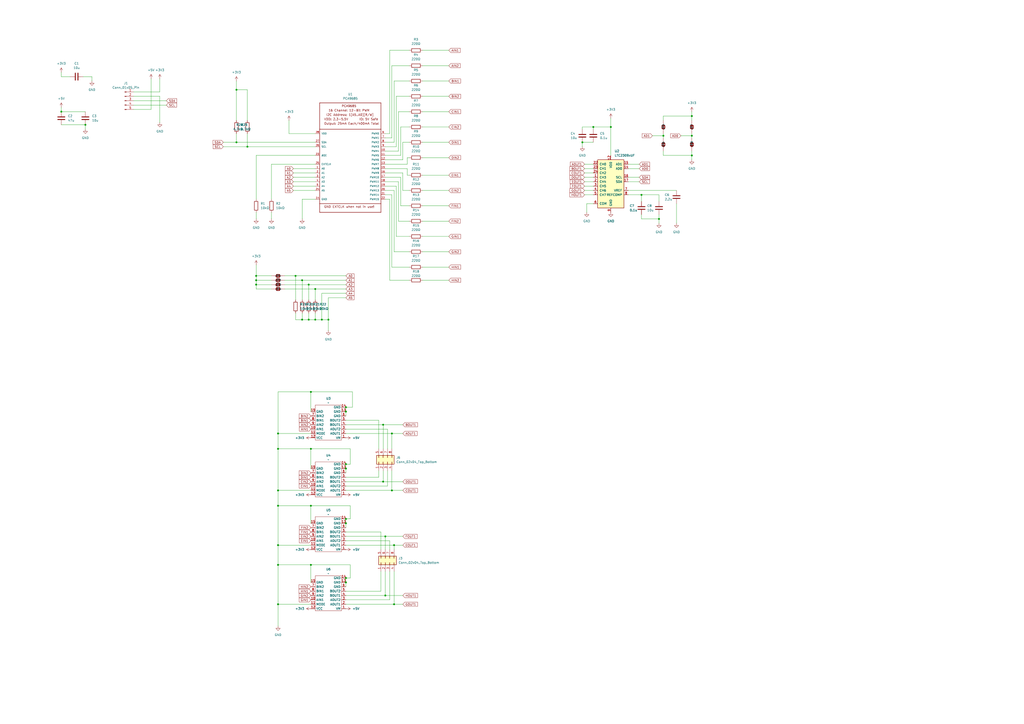
<source format=kicad_sch>
(kicad_sch (version 20231120) (generator "eeschema") (generator_version "8.0")
  (paper "A2")
  (junction (at 222.25 246.38))
  (junction (at 180.34 227.33))
  (junction (at 228.6 350.52))
  (junction (at 401.32 67.31))
  (junction (at 137.16 52.07))
  (junction (at 171.45 160.02))
  (junction (at 182.88 167.64))
  (junction (at 175.26 162.56))
  (junction (at 180.34 327.66))
  (junction (at 179.07 185.42))
  (junction (at 35.56 64.77))
  (junction (at 161.29 293.37))
  (junction (at 180.34 293.37))
  (junction (at 161.29 316.23))
  (junction (at 179.07 165.1))
  (junction (at 161.29 327.66))
  (junction (at 382.27 127))
  (junction (at 337.82 82.55))
  (junction (at 222.25 279.4))
  (junction (at 148.59 165.1))
  (junction (at 200.66 303.53))
  (junction (at 228.6 316.23))
  (junction (at 200.66 300.99))
  (junction (at 175.26 185.42))
  (junction (at 200.66 335.28))
  (junction (at 182.88 185.42))
  (junction (at 372.11 113.03))
  (junction (at 148.59 162.56))
  (junction (at 200.66 236.22))
  (junction (at 384.81 78.74))
  (junction (at 190.5 185.42))
  (junction (at 223.52 345.44))
  (junction (at 161.29 260.35))
  (junction (at 354.33 73.66))
  (junction (at 49.53 72.39))
  (junction (at 200.66 238.76))
  (junction (at 227.33 284.48))
  (junction (at 161.29 284.48))
  (junction (at 186.69 185.42))
  (junction (at 200.66 271.78))
  (junction (at 200.66 337.82))
  (junction (at 227.33 251.46))
  (junction (at 148.59 160.02))
  (junction (at 200.66 269.24))
  (junction (at 344.17 73.66))
  (junction (at 143.51 85.09))
  (junction (at 161.29 350.52))
  (junction (at 180.34 260.35))
  (junction (at 401.32 78.74))
  (junction (at 223.52 311.15))
  (junction (at 401.32 90.17))
  (junction (at 161.29 251.46))
  (junction (at 137.16 82.55))
  (wire (pts (xy 200.66 236.22) (xy 200.66 238.76)))
  (wire (pts (xy 35.56 72.39) (xy 49.53 72.39)))
  (wire (pts (xy 339.09 97.79) (xy 344.17 97.79)))
  (wire (pts (xy 175.26 162.56) (xy 175.26 173.99)))
  (wire (pts (xy 232.41 73.66) (xy 232.41 90.17)))
  (wire (pts (xy 229.87 107.95) (xy 223.52 107.95)))
  (wire (pts (xy 228.6 350.52) (xy 228.6 331.47)))
  (wire (pts (xy 200.66 251.46) (xy 227.33 251.46)))
  (wire (pts (xy 219.71 276.86) (xy 219.71 273.05)))
  (wire (pts (xy 339.09 95.25) (xy 344.17 95.25)))
  (wire (pts (xy 200.66 172.72) (xy 190.5 172.72)))
  (wire (pts (xy 337.82 82.55) (xy 344.17 82.55)))
  (wire (pts (xy 401.32 64.77) (xy 401.32 67.31)))
  (wire (pts (xy 337.82 82.55) (xy 337.82 85.09)))
  (wire (pts (xy 167.64 69.85) (xy 167.64 77.47)))
  (wire (pts (xy 48.26 44.45) (xy 53.34 44.45)))
  (wire (pts (xy 401.32 67.31) (xy 384.81 67.31)))
  (wire (pts (xy 182.88 181.61) (xy 182.88 185.42)))
  (wire (pts (xy 171.45 185.42) (xy 175.26 185.42)))
  (wire (pts (xy 344.17 118.11) (xy 340.36 118.11)))
  (wire (pts (xy 227.33 154.94) (xy 237.49 154.94)))
  (wire (pts (xy 337.82 73.66) (xy 344.17 73.66)))
  (wire (pts (xy 339.09 100.33) (xy 344.17 100.33)))
  (wire (pts (xy 53.34 44.45) (xy 53.34 46.99)))
  (wire (pts (xy 223.52 311.15) (xy 223.52 318.77)))
  (wire (pts (xy 200.66 345.44) (xy 223.52 345.44)))
  (wire (pts (xy 228.6 146.05) (xy 228.6 110.49)))
  (wire (pts (xy 384.81 78.74) (xy 384.81 80.01)))
  (wire (pts (xy 227.33 251.46) (xy 233.68 251.46)))
  (wire (pts (xy 245.11 162.56) (xy 260.35 162.56)))
  (wire (pts (xy 148.59 153.67) (xy 148.59 160.02)))
  (wire (pts (xy 137.16 77.47) (xy 137.16 82.55)))
  (wire (pts (xy 200.66 316.23) (xy 228.6 316.23)))
  (wire (pts (xy 190.5 172.72) (xy 190.5 185.42)))
  (wire (pts (xy 337.82 74.93) (xy 337.82 73.66)))
  (wire (pts (xy 171.45 181.61) (xy 171.45 185.42)))
  (wire (pts (xy 364.49 105.41) (xy 370.84 105.41)))
  (wire (pts (xy 236.22 101.6) (xy 236.22 97.79)))
  (wire (pts (xy 227.33 284.48) (xy 227.33 273.05)))
  (wire (pts (xy 148.59 165.1) (xy 157.48 165.1)))
  (wire (pts (xy 223.52 345.44) (xy 233.68 345.44)))
  (wire (pts (xy 170.18 97.79) (xy 182.88 97.79)))
  (wire (pts (xy 170.18 105.41) (xy 182.88 105.41)))
  (wire (pts (xy 161.29 251.46) (xy 180.34 251.46)))
  (wire (pts (xy 236.22 95.25) (xy 223.52 95.25)))
  (wire (pts (xy 203.2 335.28) (xy 203.2 327.66)))
  (wire (pts (xy 92.71 71.12) (xy 92.71 55.88)))
  (wire (pts (xy 200.66 162.56) (xy 175.26 162.56)))
  (wire (pts (xy 200.66 167.64) (xy 182.88 167.64)))
  (wire (pts (xy 226.06 29.21) (xy 237.49 29.21)))
  (wire (pts (xy 401.32 87.63) (xy 401.32 90.17)))
  (wire (pts (xy 228.6 46.99) (xy 228.6 82.55)))
  (wire (pts (xy 364.49 102.87) (xy 370.84 102.87)))
  (wire (pts (xy 236.22 91.44) (xy 237.49 91.44)))
  (wire (pts (xy 175.26 115.57) (xy 175.26 127)))
  (wire (pts (xy 186.69 185.42) (xy 190.5 185.42)))
  (wire (pts (xy 245.11 46.99) (xy 260.35 46.99)))
  (wire (pts (xy 137.16 46.99) (xy 137.16 52.07)))
  (wire (pts (xy 179.07 185.42) (xy 182.88 185.42)))
  (wire (pts (xy 180.34 327.66) (xy 180.34 337.82)))
  (wire (pts (xy 222.25 279.4) (xy 233.68 279.4)))
  (wire (pts (xy 226.06 331.47) (xy 226.06 347.98)))
  (wire (pts (xy 370.84 95.25) (xy 364.49 95.25)))
  (wire (pts (xy 370.84 97.79) (xy 364.49 97.79)))
  (wire (pts (xy 161.29 316.23) (xy 180.34 316.23)))
  (wire (pts (xy 226.06 77.47) (xy 223.52 77.47)))
  (wire (pts (xy 245.11 110.49) (xy 260.35 110.49)))
  (wire (pts (xy 384.81 78.74) (xy 384.81 77.47)))
  (wire (pts (xy 245.11 128.27) (xy 260.35 128.27)))
  (wire (pts (xy 231.14 87.63) (xy 223.52 87.63)))
  (wire (pts (xy 200.66 335.28) (xy 203.2 335.28)))
  (wire (pts (xy 180.34 260.35) (xy 203.2 260.35)))
  (wire (pts (xy 227.33 154.94) (xy 227.33 113.03)))
  (wire (pts (xy 233.68 110.49) (xy 237.49 110.49)))
  (wire (pts (xy 171.45 173.99) (xy 171.45 160.02)))
  (wire (pts (xy 245.11 82.55) (xy 260.35 82.55)))
  (wire (pts (xy 245.11 154.94) (xy 260.35 154.94)))
  (wire (pts (xy 339.09 102.87) (xy 344.17 102.87)))
  (wire (pts (xy 382.27 113.03) (xy 382.27 116.84)))
  (wire (pts (xy 224.79 281.94) (xy 224.79 273.05)))
  (wire (pts (xy 233.68 100.33) (xy 223.52 100.33)))
  (wire (pts (xy 236.22 91.44) (xy 236.22 95.25)))
  (wire (pts (xy 148.59 165.1) (xy 148.59 167.64)))
  (wire (pts (xy 203.2 300.99) (xy 203.2 293.37)))
  (wire (pts (xy 137.16 52.07) (xy 137.16 69.85)))
  (wire (pts (xy 229.87 55.88) (xy 229.87 85.09)))
  (wire (pts (xy 228.6 82.55) (xy 223.52 82.55)))
  (wire (pts (xy 179.07 165.1) (xy 200.66 165.1)))
  (wire (pts (xy 35.56 41.91) (xy 35.56 44.45)))
  (wire (pts (xy 200.66 236.22) (xy 204.47 236.22)))
  (wire (pts (xy 161.29 350.52) (xy 180.34 350.52)))
  (wire (pts (xy 219.71 243.84) (xy 219.71 260.35)))
  (wire (pts (xy 339.09 107.95) (xy 344.17 107.95)))
  (wire (pts (xy 200.66 269.24) (xy 200.66 271.78)))
  (wire (pts (xy 200.66 311.15) (xy 223.52 311.15)))
  (wire (pts (xy 200.66 246.38) (xy 222.25 246.38)))
  (wire (pts (xy 232.41 102.87) (xy 223.52 102.87)))
  (wire (pts (xy 401.32 78.74) (xy 401.32 77.47)))
  (wire (pts (xy 226.06 29.21) (xy 226.06 77.47)))
  (wire (pts (xy 378.46 78.74) (xy 384.81 78.74)))
  (wire (pts (xy 179.07 173.99) (xy 179.07 165.1)))
  (wire (pts (xy 229.87 55.88) (xy 237.49 55.88)))
  (wire (pts (xy 245.11 91.44) (xy 260.35 91.44)))
  (wire (pts (xy 200.66 271.78) (xy 200.66 274.32)))
  (wire (pts (xy 200.66 281.94) (xy 224.79 281.94)))
  (wire (pts (xy 229.87 85.09) (xy 223.52 85.09)))
  (wire (pts (xy 175.26 181.61) (xy 175.26 185.42)))
  (wire (pts (xy 245.11 38.1) (xy 260.35 38.1)))
  (wire (pts (xy 226.06 162.56) (xy 237.49 162.56)))
  (wire (pts (xy 200.66 243.84) (xy 219.71 243.84)))
  (wire (pts (xy 186.69 170.18) (xy 186.69 185.42)))
  (wire (pts (xy 229.87 137.16) (xy 229.87 107.95)))
  (wire (pts (xy 228.6 316.23) (xy 233.68 316.23)))
  (wire (pts (xy 180.34 227.33) (xy 180.34 238.76)))
  (wire (pts (xy 224.79 260.35) (xy 224.79 248.92)))
  (wire (pts (xy 165.1 165.1) (xy 179.07 165.1)))
  (wire (pts (xy 148.59 167.64) (xy 157.48 167.64)))
  (wire (pts (xy 161.29 260.35) (xy 180.34 260.35)))
  (wire (pts (xy 170.18 110.49) (xy 182.88 110.49)))
  (wire (pts (xy 190.5 185.42) (xy 190.5 191.77)))
  (wire (pts (xy 401.32 90.17) (xy 401.32 92.71)))
  (wire (pts (xy 339.09 105.41) (xy 344.17 105.41)))
  (wire (pts (xy 161.29 284.48) (xy 180.34 284.48)))
  (wire (pts (xy 232.41 73.66) (xy 237.49 73.66)))
  (wire (pts (xy 180.34 327.66) (xy 161.29 327.66)))
  (wire (pts (xy 222.25 273.05) (xy 222.25 279.4)))
  (wire (pts (xy 186.69 170.18) (xy 200.66 170.18)))
  (wire (pts (xy 148.59 115.57) (xy 148.59 90.17)))
  (wire (pts (xy 364.49 110.49) (xy 392.43 110.49)))
  (wire (pts (xy 226.06 115.57) (xy 223.52 115.57)))
  (wire (pts (xy 175.26 185.42) (xy 179.07 185.42)))
  (wire (pts (xy 87.63 63.5) (xy 77.47 63.5)))
  (wire (pts (xy 171.45 160.02) (xy 200.66 160.02)))
  (wire (pts (xy 143.51 77.47) (xy 143.51 85.09)))
  (wire (pts (xy 200.66 284.48) (xy 227.33 284.48)))
  (wire (pts (xy 245.11 101.6) (xy 260.35 101.6)))
  (wire (pts (xy 157.48 123.19) (xy 157.48 127)))
  (wire (pts (xy 148.59 162.56) (xy 148.59 165.1)))
  (wire (pts (xy 372.11 127) (xy 382.27 127)))
  (wire (pts (xy 143.51 52.07) (xy 143.51 69.85)))
  (wire (pts (xy 364.49 113.03) (xy 372.11 113.03)))
  (wire (pts (xy 228.6 146.05) (xy 237.49 146.05)))
  (wire (pts (xy 200.66 269.24) (xy 203.2 269.24)))
  (wire (pts (xy 228.6 316.23) (xy 228.6 318.77)))
  (wire (pts (xy 161.29 293.37) (xy 161.29 284.48)))
  (wire (pts (xy 384.81 67.31) (xy 384.81 69.85)))
  (wire (pts (xy 245.11 119.38) (xy 260.35 119.38)))
  (wire (pts (xy 229.87 137.16) (xy 237.49 137.16)))
  (wire (pts (xy 87.63 45.72) (xy 87.63 63.5)))
  (wire (pts (xy 344.17 73.66) (xy 354.33 73.66)))
  (wire (pts (xy 204.47 236.22) (xy 204.47 227.33)))
  (wire (pts (xy 161.29 350.52) (xy 161.29 327.66)))
  (wire (pts (xy 382.27 127) (xy 382.27 129.54)))
  (wire (pts (xy 182.88 115.57) (xy 175.26 115.57)))
  (wire (pts (xy 339.09 110.49) (xy 344.17 110.49)))
  (wire (pts (xy 161.29 227.33) (xy 161.29 251.46)))
  (wire (pts (xy 161.29 363.22) (xy 161.29 350.52)))
  (wire (pts (xy 222.25 279.4) (xy 200.66 279.4)))
  (wire (pts (xy 200.66 350.52) (xy 228.6 350.52)))
  (wire (pts (xy 49.53 72.39) (xy 49.53 74.93)))
  (wire (pts (xy 35.56 64.77) (xy 49.53 64.77)))
  (wire (pts (xy 228.6 350.52) (xy 233.68 350.52)))
  (wire (pts (xy 203.2 293.37) (xy 180.34 293.37)))
  (wire (pts (xy 224.79 248.92) (xy 200.66 248.92)))
  (wire (pts (xy 231.14 64.77) (xy 231.14 87.63)))
  (wire (pts (xy 354.33 73.66) (xy 354.33 90.17)))
  (wire (pts (xy 148.59 160.02) (xy 157.48 160.02)))
  (wire (pts (xy 245.11 55.88) (xy 260.35 55.88)))
  (wire (pts (xy 231.14 105.41) (xy 223.52 105.41)))
  (wire (pts (xy 227.33 251.46) (xy 227.33 260.35)))
  (wire (pts (xy 231.14 64.77) (xy 237.49 64.77)))
  (wire (pts (xy 92.71 53.34) (xy 77.47 53.34)))
  (wire (pts (xy 232.41 90.17) (xy 223.52 90.17)))
  (wire (pts (xy 170.18 102.87) (xy 182.88 102.87)))
  (wire (pts (xy 222.25 246.38) (xy 233.68 246.38)))
  (wire (pts (xy 222.25 246.38) (xy 222.25 260.35)))
  (wire (pts (xy 223.52 345.44) (xy 223.52 331.47)))
  (wire (pts (xy 372.11 113.03) (xy 382.27 113.03)))
  (wire (pts (xy 92.71 45.72) (xy 92.71 53.34)))
  (wire (pts (xy 394.97 78.74) (xy 401.32 78.74)))
  (wire (pts (xy 236.22 97.79) (xy 223.52 97.79)))
  (wire (pts (xy 245.11 137.16) (xy 260.35 137.16)))
  (wire (pts (xy 226.06 313.69) (xy 226.06 318.77)))
  (wire (pts (xy 233.68 110.49) (xy 233.68 100.33)))
  (wire (pts (xy 245.11 146.05) (xy 260.35 146.05)))
  (wire (pts (xy 137.16 82.55) (xy 182.88 82.55)))
  (wire (pts (xy 232.41 119.38) (xy 237.49 119.38)))
  (wire (pts (xy 161.29 316.23) (xy 161.29 293.37)))
  (wire (pts (xy 372.11 113.03) (xy 372.11 116.84)))
  (wire (pts (xy 148.59 90.17) (xy 182.88 90.17)))
  (wire (pts (xy 200.66 337.82) (xy 200.66 340.36)))
  (wire (pts (xy 236.22 101.6) (xy 237.49 101.6)))
  (wire (pts (xy 227.33 80.01) (xy 223.52 80.01)))
  (wire (pts (xy 170.18 107.95) (xy 182.88 107.95)))
  (wire (pts (xy 182.88 167.64) (xy 182.88 173.99)))
  (wire (pts (xy 180.34 293.37) (xy 180.34 303.53)))
  (wire (pts (xy 167.64 77.47) (xy 182.88 77.47)))
  (wire (pts (xy 200.66 300.99) (xy 203.2 300.99)))
  (wire (pts (xy 35.56 62.23) (xy 35.56 64.77)))
  (wire (pts (xy 180.34 227.33) (xy 161.29 227.33)))
  (wire (pts (xy 231.14 128.27) (xy 237.49 128.27)))
  (wire (pts (xy 143.51 85.09) (xy 182.88 85.09)))
  (wire (pts (xy 77.47 58.42) (xy 96.52 58.42)))
  (wire (pts (xy 228.6 110.49) (xy 223.52 110.49)))
  (wire (pts (xy 354.33 68.58) (xy 354.33 73.66)))
  (wire (pts (xy 384.81 90.17) (xy 401.32 90.17)))
  (wire (pts (xy 92.71 55.88) (xy 77.47 55.88)))
  (wire (pts (xy 401.32 67.31) (xy 401.32 69.85)))
  (wire (pts (xy 161.29 284.48) (xy 161.29 260.35)))
  (wire (pts (xy 227.33 38.1) (xy 237.49 38.1)))
  (wire (pts (xy 182.88 185.42) (xy 186.69 185.42)))
  (wire (pts (xy 35.56 44.45) (xy 40.64 44.45)))
  (wire (pts (xy 223.52 311.15) (xy 233.68 311.15)))
  (wire (pts (xy 179.07 181.61) (xy 179.07 185.42)))
  (wire (pts (xy 401.32 78.74) (xy 401.32 80.01)))
  (wire (pts (xy 157.48 115.57) (xy 157.48 95.25)))
  (wire (pts (xy 165.1 167.64) (xy 182.88 167.64)))
  (wire (pts (xy 148.59 160.02) (xy 148.59 162.56)))
  (wire (pts (xy 129.54 85.09) (xy 143.51 85.09)))
  (wire (pts (xy 170.18 100.33) (xy 182.88 100.33)))
  (wire (pts (xy 148.59 162.56) (xy 157.48 162.56)))
  (wire (pts (xy 245.11 64.77) (xy 260.35 64.77)))
  (wire (pts (xy 203.2 327.66) (xy 180.34 327.66)))
  (wire (pts (xy 200.66 300.99) (xy 200.66 303.53)))
  (wire (pts (xy 227.33 284.48) (xy 233.68 284.48)))
  (wire (pts (xy 180.34 260.35) (xy 180.34 271.78)))
  (wire (pts (xy 233.68 92.71) (xy 223.52 92.71)))
  (wire (pts (xy 384.81 87.63) (xy 384.81 90.17)))
  (wire (pts (xy 200.66 238.76) (xy 200.66 241.3)))
  (wire (pts (xy 129.54 82.55) (xy 137.16 82.55)))
  (wire (pts (xy 77.47 60.96) (xy 96.52 60.96)))
  (wire (pts (xy 231.14 128.27) (xy 231.14 105.41)))
  (wire (pts (xy 372.11 124.46) (xy 372.11 127)))
  (wire (pts (xy 233.68 82.55) (xy 233.68 92.71)))
  (wire (pts (xy 161.29 251.46) (xy 161.29 260.35)))
  (wire (pts (xy 180.34 293.37) (xy 161.29 293.37)))
  (wire (pts (xy 392.43 118.11) (xy 392.43 129.54)))
  (wire (pts (xy 227.33 113.03) (xy 223.52 113.03)))
  (wire (pts (xy 200.66 308.61) (xy 220.98 308.61)))
  (wire (pts (xy 203.2 269.24) (xy 203.2 260.35)))
  (wire (pts (xy 245.11 73.66) (xy 260.35 73.66)))
  (wire (pts (xy 245.11 29.21) (xy 260.35 29.21)))
  (wire (pts (xy 148.59 123.19) (xy 148.59 127)))
  (wire (pts (xy 226.06 162.56) (xy 226.06 115.57)))
  (wire (pts (xy 344.17 73.66) (xy 344.17 74.93)))
  (wire (pts (xy 200.66 276.86) (xy 219.71 276.86)))
  (wire (pts (xy 382.27 124.46) (xy 382.27 127)))
  (wire (pts (xy 227.33 38.1) (xy 227.33 80.01)))
  (wire (pts (xy 200.66 303.53) (xy 200.66 306.07)))
  (wire (pts (xy 228.6 46.99) (xy 237.49 46.99)))
  (wire (pts (xy 233.68 82.55) (xy 237.49 82.55)))
  (wire (pts (xy 339.09 113.03) (xy 344.17 113.03)))
  (wire (pts (xy 232.41 119.38) (xy 232.41 102.87)))
  (wire (pts (xy 220.98 331.47) (xy 220.98 342.9)))
  (wire (pts (xy 204.47 227.33) (xy 180.34 227.33)))
  (wire (pts (xy 165.1 162.56) (xy 175.26 162.56)))
  (wire (pts (xy 161.29 327.66) (xy 161.29 316.23)))
  (wire (pts (xy 165.1 160.02) (xy 171.45 160.02)))
  (wire (pts (xy 226.06 347.98) (xy 200.66 347.98)))
  (wire (pts (xy 340.36 118.11) (xy 340.36 123.19)))
  (wire (pts (xy 157.48 95.25) (xy 182.88 95.25)))
  (wire (pts (xy 200.66 313.69) (xy 226.06 313.69)))
  (wire (pts (xy 220.98 308.61) (xy 220.98 318.77)))
  (wire (pts (xy 220.98 342.9) (xy 200.66 342.9)))
  (wire (pts (xy 200.66 335.28) (xy 200.66 337.82)))
  (wire (pts (xy 143.51 52.07) (xy 137.16 52.07)))
  (global_label "FIN1" (shape input) (at 180.34 308.61 180) (property "Intersheetrefs" "${INTERSHEET_REFS}" (effects (hide yes))))
  (global_label "BIN1" (shape input) (at 180.34 243.84 180) (property "Intersheetrefs" "${INTERSHEET_REFS}" (effects (hide yes))))
  (global_label "HOUT1" (shape input) (at 233.68 345.44 0) (property "Intersheetrefs" "${INTERSHEET_REFS}" (effects (hide yes))))
  (global_label "EOUT1" (shape input) (at 339.09 105.41 180) (property "Intersheetrefs" "${INTERSHEET_REFS}" (effects (hide yes))))
  (global_label "HIN1" (shape input) (at 180.34 342.9 180) (property "Intersheetrefs" "${INTERSHEET_REFS}" (effects (hide yes))))
  (global_label "GIN2" (shape input) (at 260.35 146.05 0) (property "Intersheetrefs" "${INTERSHEET_REFS}" (effects (hide yes))))
  (global_label "EIN2" (shape input) (at 260.35 110.49 0) (property "Intersheetrefs" "${INTERSHEET_REFS}" (effects (hide yes))))
  (global_label "A3" (shape input) (at 200.66 167.64 0) (property "Intersheetrefs" "${INTERSHEET_REFS}" (effects (hide yes))))
  (global_label "AIN1" (shape input) (at 180.34 248.92 180) (property "Intersheetrefs" "${INTERSHEET_REFS}" (effects (hide yes))))
  (global_label "CIN1" (shape input) (at 260.35 64.77 0) (property "Intersheetrefs" "${INTERSHEET_REFS}" (effects (hide yes))))
  (global_label "BOUT1" (shape input) (at 233.68 246.38 0) (property "Intersheetrefs" "${INTERSHEET_REFS}" (effects (hide yes))))
  (global_label "AIN2" (shape input) (at 260.35 38.1 0) (property "Intersheetrefs" "${INTERSHEET_REFS}" (effects (hide yes))))
  (global_label "HIN2" (shape input) (at 260.35 162.56 0) (property "Intersheetrefs" "${INTERSHEET_REFS}" (effects (hide yes))))
  (global_label "A3" (shape input) (at 170.18 105.41 180) (property "Intersheetrefs" "${INTERSHEET_REFS}" (effects (hide yes))))
  (global_label "DIN2" (shape input) (at 180.34 274.32 180) (property "Intersheetrefs" "${INTERSHEET_REFS}" (effects (hide yes))))
  (global_label "AD0" (shape input) (at 370.84 97.79 0) (property "Intersheetrefs" "${INTERSHEET_REFS}" (effects (hide yes))))
  (global_label "AD1" (shape input) (at 370.84 95.25 0) (property "Intersheetrefs" "${INTERSHEET_REFS}" (effects (hide yes))))
  (global_label "SCL" (shape input) (at 370.84 105.41 0) (property "Intersheetrefs" "${INTERSHEET_REFS}" (effects (hide yes))))
  (global_label "A5" (shape input) (at 200.66 172.72 0) (property "Intersheetrefs" "${INTERSHEET_REFS}" (effects (hide yes))))
  (global_label "BIN2" (shape input) (at 180.34 241.3 180) (property "Intersheetrefs" "${INTERSHEET_REFS}" (effects (hide yes))))
  (global_label "A0" (shape input) (at 200.66 160.02 0) (property "Intersheetrefs" "${INTERSHEET_REFS}" (effects (hide yes))))
  (global_label "HIN1" (shape input) (at 260.35 154.94 0) (property "Intersheetrefs" "${INTERSHEET_REFS}" (effects (hide yes))))
  (global_label "A4" (shape input) (at 170.18 107.95 180) (property "Intersheetrefs" "${INTERSHEET_REFS}" (effects (hide yes))))
  (global_label "A1" (shape input) (at 170.18 100.33 180) (property "Intersheetrefs" "${INTERSHEET_REFS}" (effects (hide yes))))
  (global_label "SCL" (shape input) (at 96.52 60.96 0) (property "Intersheetrefs" "${INTERSHEET_REFS}" (effects (hide yes))))
  (global_label "CIN1" (shape input) (at 180.34 281.94 180) (property "Intersheetrefs" "${INTERSHEET_REFS}" (effects (hide yes))))
  (global_label "CIN2" (shape input) (at 260.35 73.66 0) (property "Intersheetrefs" "${INTERSHEET_REFS}" (effects (hide yes))))
  (global_label "EIN1" (shape input) (at 260.35 101.6 0) (property "Intersheetrefs" "${INTERSHEET_REFS}" (effects (hide yes))))
  (global_label "GIN1" (shape input) (at 180.34 347.98 180) (property "Intersheetrefs" "${INTERSHEET_REFS}" (effects (hide yes))))
  (global_label "FIN2" (shape input) (at 260.35 128.27 0) (property "Intersheetrefs" "${INTERSHEET_REFS}" (effects (hide yes))))
  (global_label "BIN1" (shape input) (at 260.35 46.99 0) (property "Intersheetrefs" "${INTERSHEET_REFS}" (effects (hide yes))))
  (global_label "AOUT1" (shape input) (at 233.68 251.46 0) (property "Intersheetrefs" "${INTERSHEET_REFS}" (effects (hide yes))))
  (global_label "GIN1" (shape input) (at 260.35 137.16 0) (property "Intersheetrefs" "${INTERSHEET_REFS}" (effects (hide yes))))
  (global_label "A4" (shape input) (at 200.66 170.18 0) (property "Intersheetrefs" "${INTERSHEET_REFS}" (effects (hide yes))))
  (global_label "BIN2" (shape input) (at 260.35 55.88 0) (property "Intersheetrefs" "${INTERSHEET_REFS}" (effects (hide yes))))
  (global_label "DIN1" (shape input) (at 180.34 276.86 180) (property "Intersheetrefs" "${INTERSHEET_REFS}" (effects (hide yes))))
  (global_label "A0" (shape input) (at 170.18 97.79 180) (property "Intersheetrefs" "${INTERSHEET_REFS}" (effects (hide yes))))
  (global_label "DOUT1" (shape input) (at 339.09 102.87 180) (property "Intersheetrefs" "${INTERSHEET_REFS}" (effects (hide yes))))
  (global_label "AOUT1" (shape input) (at 339.09 95.25 180) (property "Intersheetrefs" "${INTERSHEET_REFS}" (effects (hide yes))))
  (global_label "DIN2" (shape input) (at 260.35 91.44 0) (property "Intersheetrefs" "${INTERSHEET_REFS}" (effects (hide yes))))
  (global_label "A5" (shape input) (at 170.18 110.49 180) (property "Intersheetrefs" "${INTERSHEET_REFS}" (effects (hide yes))))
  (global_label "AD1" (shape input) (at 378.46 78.74 180) (property "Intersheetrefs" "${INTERSHEET_REFS}" (effects (hide yes))))
  (global_label "AIN1" (shape input) (at 260.35 29.21 0) (property "Intersheetrefs" "${INTERSHEET_REFS}" (effects (hide yes))))
  (global_label "BOUT1" (shape input) (at 339.09 97.79 180) (property "Intersheetrefs" "${INTERSHEET_REFS}" (effects (hide yes))))
  (global_label "SDA" (shape input) (at 370.84 102.87 0) (property "Intersheetrefs" "${INTERSHEET_REFS}" (effects (hide yes))))
  (global_label "HIN2" (shape input) (at 180.34 340.36 180) (property "Intersheetrefs" "${INTERSHEET_REFS}" (effects (hide yes))))
  (global_label "A2" (shape input) (at 170.18 102.87 180) (property "Intersheetrefs" "${INTERSHEET_REFS}" (effects (hide yes))))
  (global_label "FIN1" (shape input) (at 260.35 119.38 0) (property "Intersheetrefs" "${INTERSHEET_REFS}" (effects (hide yes))))
  (global_label "EIN1" (shape input) (at 180.34 313.69 180) (property "Intersheetrefs" "${INTERSHEET_REFS}" (effects (hide yes))))
  (global_label "SDA" (shape input) (at 129.54 82.55 180) (property "Intersheetrefs" "${INTERSHEET_REFS}" (effects (hide yes))))
  (global_label "GIN2" (shape input) (at 180.34 345.44 180) (property "Intersheetrefs" "${INTERSHEET_REFS}" (effects (hide yes))))
  (global_label "DOUT1" (shape input) (at 233.68 279.4 0) (property "Intersheetrefs" "${INTERSHEET_REFS}" (effects (hide yes))))
  (global_label "CIN2" (shape input) (at 180.34 279.4 180) (property "Intersheetrefs" "${INTERSHEET_REFS}" (effects (hide yes))))
  (global_label "HOUT1" (shape input) (at 339.09 113.03 180) (property "Intersheetrefs" "${INTERSHEET_REFS}" (effects (hide yes))))
  (global_label "COUT1" (shape input) (at 233.68 284.48 0) (property "Intersheetrefs" "${INTERSHEET_REFS}" (effects (hide yes))))
  (global_label "A1" (shape input) (at 200.66 162.56 0) (property "Intersheetrefs" "${INTERSHEET_REFS}" (effects (hide yes))))
  (global_label "SDA" (shape input) (at 96.52 58.42 0) (property "Intersheetrefs" "${INTERSHEET_REFS}" (effects (hide yes))))
  (global_label "COUT1" (shape input) (at 339.09 100.33 180) (property "Intersheetrefs" "${INTERSHEET_REFS}" (effects (hide yes))))
  (global_label "EIN2" (shape input) (at 180.34 311.15 180) (property "Intersheetrefs" "${INTERSHEET_REFS}" (effects (hide yes))))
  (global_label "FIN2" (shape input) (at 180.34 306.07 180) (property "Intersheetrefs" "${INTERSHEET_REFS}" (effects (hide yes))))
  (global_label "FOUT1" (shape input) (at 233.68 311.15 0) (property "Intersheetrefs" "${INTERSHEET_REFS}" (effects (hide yes))))
  (global_label "GOUT1" (shape input) (at 233.68 350.52 0) (property "Intersheetrefs" "${INTERSHEET_REFS}" (effects (hide yes))))
  (global_label "A2" (shape input) (at 200.66 165.1 0) (property "Intersheetrefs" "${INTERSHEET_REFS}" (effects (hide yes))))
  (global_label "DIN1" (shape input) (at 260.35 82.55 0) (property "Intersheetrefs" "${INTERSHEET_REFS}" (effects (hide yes))))
  (global_label "AIN2" (shape input) (at 180.34 246.38 180) (property "Intersheetrefs" "${INTERSHEET_REFS}" (effects (hide yes))))
  (global_label "SCL" (shape input) (at 129.54 85.09 180) (property "Intersheetrefs" "${INTERSHEET_REFS}" (effects (hide yes))))
  (global_label "EOUT1" (shape input) (at 233.68 316.23 0) (property "Intersheetrefs" "${INTERSHEET_REFS}" (effects (hide yes))))
  (global_label "AD0" (shape input) (at 394.97 78.74 180) (property "Intersheetrefs" "${INTERSHEET_REFS}" (effects (hide yes))))
  (global_label "GOUT1" (shape input) (at 339.09 110.49 180) (property "Intersheetrefs" "${INTERSHEET_REFS}" (effects (hide yes))))
  (global_label "FOUT1" (shape input) (at 339.09 107.95 180) (property "Intersheetrefs" "${INTERSHEET_REFS}" (effects (hide yes))))
  (symbol (lib_id "power:GND") (at 337.82 85.09 0) (unit 1)
    (property "Reference" "#PWR016" (effects (hide yes)))
    (property "Value" "GND" (at 337.82 90.17 0))
    (property "Description" "Power symbol creates a global label with name \"GND\" , ground" (effects (hide yes)))
  )
  (symbol (lib_id "Device:C") (at 337.82 78.74 0) (unit 1)
    (property "Reference" "C4" (at 330.962 77.47 0) (effects (justify left)))
    (property "Value" "10u" (at 330.962 80.01 0) (effects (justify left)))
    (property "Footprint" "Capacitor_SMD:C_0402_1005Metric" (effects (hide yes)))
    (property "Description" "Unpolarized capacitor" (effects (hide yes)))
  )
  (symbol (lib_id "Jumper:SolderJumper_2_Open") (at 161.29 162.56 0) (unit 1) (exclude_from_sim yes) (in_bom no)
    (property "Reference" "JP2" (at 161.29 162.56 0))
    (property "Value" "SolderJumper_2_Open" (effects (hide yes)))
    (property "Footprint" "test_foot:jumper" (effects (hide yes)))
    (property "Description" "Solder Jumper, 2-pole, open" (effects (hide yes)))
  )
  (symbol (lib_id "power:+5V") (at 35.56 62.23 0) (unit 1)
    (property "Reference" "#PWR012" (effects (hide yes)))
    (property "Value" "+5V" (at 35.56 57.15 0))
    (property "Description" "Power symbol creates a global label with name \"+5V\"" (effects (hide yes)))
  )
  (symbol (lib_id "power:GND") (at 382.27 129.54 0) (unit 1)
    (property "Reference" "#PWR020" (effects (hide yes)))
    (property "Value" "GND" (at 382.27 134.62 0))
    (property "Description" "Power symbol creates a global label with name \"GND\" , ground" (effects (hide yes)))
  )
  (symbol (lib_id "power:GND") (at 340.36 123.19 0) (unit 1)
    (property "Reference" "#PWR030" (effects (hide yes)))
    (property "Value" "GND" (at 340.36 128.27 0))
    (property "Description" "Power symbol creates a global label with name \"GND\" , ground" (effects (hide yes)))
  )
  (symbol (lib_id "Device:R") (at 143.51 73.66 0) (mirror y) (unit 1)
    (property "Reference" "R26" (at 140.97 72.3899 0) (effects (justify left)))
    (property "Value" "4.7kΩ" (at 140.97 74.9299 0) (effects (justify left)))
    (property "Footprint" "Resistor_SMD:R_0805_2012Metric" (effects (hide yes)))
    (property "Description" "Resistor" (effects (hide yes)))
  )
  (symbol (lib_id "power:+5V") (at 200.66 254 270) (unit 1)
    (property "Reference" "#PWR027" (effects (hide yes)))
    (property "Value" "+5V" (at 204.47 253.9999 90) (effects (justify left)))
    (property "Description" "Power symbol creates a global label with name \"+5V\"" (effects (hide yes)))
  )
  (symbol (lib_id "Device:R") (at 241.3 55.88 90) (unit 1)
    (property "Reference" "R6" (at 241.3 49.53 90))
    (property "Value" "220Ω" (at 241.3 52.07 90))
    (property "Footprint" "Resistor_SMD:R_0402_1005Metric" (effects (hide yes)))
    (property "Description" "Resistor" (effects (hide yes)))
  )
  (symbol (lib_id "power:+3V3") (at 180.34 254 90) (unit 1)
    (property "Reference" "#PWR023" (effects (hide yes)))
    (property "Value" "+3V3" (at 176.53 253.9999 90) (effects (justify left)))
    (property "Description" "Power symbol creates a global label with name \"+3V3\"" (effects (hide yes)))
  )
  (symbol (lib_id "Jumper:SolderJumper_2_Open") (at 161.29 165.1 0) (unit 1) (exclude_from_sim yes) (in_bom no)
    (property "Reference" "JP3" (at 161.29 165.1 0))
    (property "Value" "SolderJumper_2_Open" (effects (hide yes)))
    (property "Footprint" "test_foot:jumper" (effects (hide yes)))
    (property "Description" "Solder Jumper, 2-pole, open" (effects (hide yes)))
  )
  (symbol (lib_id "Device:C") (at 44.45 44.45 90) (unit 1)
    (property "Reference" "C1" (at 44.45 36.83 90))
    (property "Value" "10u" (at 44.45 39.37 90))
    (property "Footprint" "Capacitor_SMD:C_0402_1005Metric" (effects (hide yes)))
    (property "Description" "Unpolarized capacitor" (effects (hide yes)))
  )
  (symbol (lib_id "power:+3V3") (at 35.56 41.91 0) (unit 1)
    (property "Reference" "#PWR09" (effects (hide yes)))
    (property "Value" "+3V3" (at 35.56 36.83 0))
    (property "Description" "Power symbol creates a global label with name \"+3V3\"" (effects (hide yes)))
  )
  (symbol (lib_id "Connector_Generic:Conn_02x04_Top_Bottom") (at 223.52 326.39 90) (unit 1)
    (property "Reference" "J3" (at 231.14 323.8499 90) (effects (justify right)))
    (property "Value" "Conn_02x04_Top_Bottom" (at 231.14 326.3899 90) (effects (justify right)))
    (property "Footprint" "Connector_PinHeader_2.54mm:PinHeader_1x08_P2.54mm_Vertical" (effects (hide yes)))
    (property "Description" "Generic connector, double row, 02x04, top/bottom pin numbering scheme (row 1: 1...pins_per_row, row2: pins_per_row+1 ... num_pins), script generated (kicad-library-utils/schlib/autogen/connector/)" (effects (hide yes)))
  )
  (symbol (lib_id "test:DRV8835") (at 190.5 233.68 0) (unit 1)
    (property "Reference" "U3" (at 190.5 231.14 0))
    (property "Value" "~" (at 190.5 233.68 0))
    (property "Footprint" "DRV8835DSSR:SON50P300X200X80-13N" (effects (hide yes)))
  )
  (symbol (lib_id "power:+3V3") (at 401.32 64.77 0) (unit 1)
    (property "Reference" "#PWR017" (effects (hide yes)))
    (property "Value" "+3V3" (at 401.32 59.69 0))
    (property "Description" "Power symbol creates a global label with name \"+3V3\"" (effects (hide yes)))
  )
  (symbol (lib_id "power:+3V3") (at 354.33 68.58 0) (unit 1)
    (property "Reference" "#PWR015" (effects (hide yes)))
    (property "Value" "+3V3" (at 354.33 63.5 0))
    (property "Description" "Power symbol creates a global label with name \"+3V3\"" (effects (hide yes)))
  )
  (symbol (lib_id "Device:C") (at 372.11 120.65 0) (unit 1)
    (property "Reference" "C7" (at 365.252 119.38 0) (effects (justify left)))
    (property "Value" "0.1u" (at 365.252 121.92 0) (effects (justify left)))
    (property "Footprint" "Capacitor_SMD:C_0402_1005Metric" (effects (hide yes)))
    (property "Description" "Unpolarized capacitor" (effects (hide yes)))
  )
  (symbol (lib_id "power:+3V3") (at 137.16 46.99 0) (unit 1)
    (property "Reference" "#PWR06" (effects (hide yes)))
    (property "Value" "+3V3" (at 137.16 41.91 0))
    (property "Description" "Power symbol creates a global label with name \"+3V3\"" (effects (hide yes)))
  )
  (symbol (lib_id "Jumper:SolderJumper_2_Open") (at 401.32 73.66 90) (unit 1) (exclude_from_sim yes) (in_bom no)
    (property "Reference" "JP7" (at 401.32 73.66 0))
    (property "Value" "SolderJumper_2_Open" (effects (hide yes)))
    (property "Footprint" "test_foot:jumper" (effects (hide yes)))
    (property "Description" "Solder Jumper, 2-pole, open" (effects (hide yes)))
  )
  (symbol (lib_id "Device:C") (at 49.53 68.58 0) (unit 1)
    (property "Reference" "C3" (at 53.34 67.3099 0) (effects (justify left)))
    (property "Value" "10u" (at 53.34 69.8499 0) (effects (justify left)))
    (property "Footprint" "Capacitor_SMD:C_0402_1005Metric" (effects (hide yes)))
    (property "Description" "Unpolarized capacitor" (effects (hide yes)))
  )
  (symbol (lib_id "test:DRV8835") (at 190.5 332.74 0) (unit 1)
    (property "Reference" "U6" (at 190.5 330.2 0))
    (property "Value" "~" (at 190.5 332.74 0))
    (property "Footprint" "DRV8835DSSR:SON50P300X200X80-13N" (effects (hide yes)))
  )
  (symbol (lib_id "Device:R") (at 241.3 29.21 90) (unit 1)
    (property "Reference" "R3" (at 241.3 22.86 90))
    (property "Value" "220Ω" (at 241.3 25.4 90))
    (property "Footprint" "Resistor_SMD:R_0402_1005Metric" (effects (hide yes)))
    (property "Description" "Resistor" (effects (hide yes)))
  )
  (symbol (lib_id "power:GND") (at 175.26 127 0) (unit 1)
    (property "Reference" "#PWR011" (effects (hide yes)))
    (property "Value" "GND" (at 175.26 132.08 0))
    (property "Description" "Power symbol creates a global label with name \"GND\" , ground" (effects (hide yes)))
  )
  (symbol (lib_id "Device:R") (at 175.26 177.8 180) (unit 1)
    (property "Reference" "R20" (at 177.8 176.5299 0) (effects (justify right)))
    (property "Value" "10kΩ" (at 177.8 179.0699 0) (effects (justify right)))
    (property "Footprint" "Resistor_SMD:R_0402_1005Metric" (effects (hide yes)))
    (property "Description" "Resistor" (effects (hide yes)))
  )
  (symbol (lib_id "Jumper:SolderJumper_2_Open") (at 384.81 83.82 90) (unit 1) (exclude_from_sim yes) (in_bom no)
    (property "Reference" "JP6" (at 384.81 83.82 0))
    (property "Value" "SolderJumper_2_Open" (effects (hide yes)))
    (property "Footprint" "test_foot:jumper" (effects (hide yes)))
    (property "Description" "Solder Jumper, 2-pole, open" (effects (hide yes)))
  )
  (symbol (lib_id "Device:R") (at 241.3 38.1 90) (unit 1)
    (property "Reference" "R4" (at 241.3 31.75 90))
    (property "Value" "220Ω" (at 241.3 34.29 90))
    (property "Footprint" "Resistor_SMD:R_0402_1005Metric" (effects (hide yes)))
    (property "Description" "Resistor" (effects (hide yes)))
  )
  (symbol (lib_id "power:GND") (at 148.59 127 0) (unit 1)
    (property "Reference" "#PWR07" (effects (hide yes)))
    (property "Value" "GND" (at 148.59 132.08 0))
    (property "Description" "Power symbol creates a global label with name \"GND\" , ground" (effects (hide yes)))
  )
  (symbol (lib_id "test:DRV8835") (at 190.5 298.45 0) (unit 1)
    (property "Reference" "U5" (at 190.5 295.91 0))
    (property "Value" "~" (at 190.5 298.45 0))
    (property "Footprint" "DRV8835DSSR:SON50P300X200X80-13N" (effects (hide yes)))
  )
  (symbol (lib_id "Device:R") (at 241.3 128.27 90) (unit 1)
    (property "Reference" "R14" (at 241.3 121.92 90))
    (property "Value" "220Ω" (at 241.3 124.46 90))
    (property "Footprint" "Resistor_SMD:R_0402_1005Metric" (effects (hide yes)))
    (property "Description" "Resistor" (effects (hide yes)))
  )
  (symbol (lib_id "Device:C") (at 392.43 114.3 0) (unit 1)
    (property "Reference" "C6" (at 385.572 113.03 0) (effects (justify left)))
    (property "Value" "2.2u" (at 385.572 115.57 0) (effects (justify left)))
    (property "Footprint" "Capacitor_SMD:C_0402_1005Metric" (effects (hide yes)))
    (property "Description" "Unpolarized capacitor" (effects (hide yes)))
  )
  (symbol (lib_id "power:+3V3") (at 148.59 153.67 0) (unit 1)
    (property "Reference" "#PWR05" (effects (hide yes)))
    (property "Value" "+3V3" (at 148.59 148.59 0))
    (property "Description" "Power symbol creates a global label with name \"+3V3\"" (effects (hide yes)))
  )
  (symbol (lib_id "power:+3V3") (at 180.34 287.02 90) (unit 1)
    (property "Reference" "#PWR024" (effects (hide yes)))
    (property "Value" "+3V3" (at 176.53 287.0199 90) (effects (justify left)))
    (property "Description" "Power symbol creates a global label with name \"+3V3\"" (effects (hide yes)))
  )
  (symbol (lib_id "Device:C") (at 35.56 68.58 0) (unit 1)
    (property "Reference" "C2" (at 39.37 67.3099 0) (effects (justify left)))
    (property "Value" "47u" (at 39.37 69.8499 0) (effects (justify left)))
    (property "Footprint" "Capacitor_SMD:C_0805_2012Metric" (effects (hide yes)))
    (property "Description" "Unpolarized capacitor" (effects (hide yes)))
  )
  (symbol (lib_id "PCA9685:PCA9685") (at 203.2 92.71 0) (unit 1)
    (property "Reference" "U1" (at 203.2 54.61 0))
    (property "Value" "PCA9685" (at 203.2 57.15 0))
    (property "Footprint" "Package_SO:TSSOP-28_4.4x9.7mm_P0.65mm" (effects (hide yes)))
    (property "MF" "NXP Semiconductors" (effects (hide yes)))
    (property "Description_1" "\nLED Driver 10000uA Supply Current Automotive 28-Pin TSSOP T/R\n" (effects (hide yes)))
    (property "Package" "None" (effects (hide yes)))
    (property "Price" "None" (effects (hide yes)))
    (property "SnapEDA_Link" "https://www.snapeda.com/parts/PCA9685/NXP+Semiconductors/view-part/?ref=snap" (effects (hide yes)))
    (property "MP" "PCA9685" (effects (hide yes)))
    (property "Purchase-URL" "https://www.snapeda.com/api/url_track_click_mouser/?unipart_id=7063435&manufacturer=NXP Semiconductors&part_name=PCA9685&search_term=None" (effects (hide yes)))
    (property "Availability" "Not in stock" (effects (hide yes)))
    (property "Check_prices" "https://www.snapeda.com/parts/PCA9685/NXP+Semiconductors/view-part/?ref=eda" (effects (hide yes)))
  )
  (symbol (lib_id "Device:R") (at 241.3 146.05 90) (unit 1)
    (property "Reference" "R16" (at 241.3 139.7 90))
    (property "Value" "220Ω" (at 241.3 142.24 90))
    (property "Footprint" "Resistor_SMD:R_0402_1005Metric" (effects (hide yes)))
    (property "Description" "Resistor" (effects (hide yes)))
  )
  (symbol (lib_id "power:GND") (at 49.53 74.93 0) (unit 1)
    (property "Reference" "#PWR013" (effects (hide yes)))
    (property "Value" "GND" (at 49.53 80.01 0))
    (property "Description" "Power symbol creates a global label with name \"GND\" , ground" (effects (hide yes)))
  )
  (symbol (lib_id "Jumper:SolderJumper_2_Open") (at 401.32 83.82 90) (unit 1) (exclude_from_sim yes) (in_bom no)
    (property "Reference" "JP8" (at 401.32 83.566 0))
    (property "Value" "SolderJumper_2_Open" (effects (hide yes)))
    (property "Footprint" "test_foot:jumper" (effects (hide yes)))
    (property "Description" "Solder Jumper, 2-pole, open" (effects (hide yes)))
  )
  (symbol (lib_id "Device:R") (at 182.88 177.8 180) (unit 1)
    (property "Reference" "R22" (at 185.42 176.5299 0) (effects (justify right)))
    (property "Value" "10kΩ" (at 185.42 179.0699 0) (effects (justify right)))
    (property "Footprint" "Resistor_SMD:R_0402_1005Metric" (effects (hide yes)))
    (property "Description" "Resistor" (effects (hide yes)))
  )
  (symbol (lib_id "power:+5V") (at 200.66 287.02 270) (unit 1)
    (property "Reference" "#PWR038" (effects (hide yes)))
    (property "Value" "+5V" (at 204.47 287.0199 90) (effects (justify left)))
    (property "Description" "Power symbol creates a global label with name \"+5V\"" (effects (hide yes)))
  )
  (symbol (lib_id "Device:C") (at 382.27 120.65 0) (unit 1)
    (property "Reference" "C8" (at 375.412 119.38 0) (effects (justify left)))
    (property "Value" "10u" (at 375.412 121.92 0) (effects (justify left)))
    (property "Footprint" "Capacitor_SMD:C_0402_1005Metric" (effects (hide yes)))
    (property "Description" "Unpolarized capacitor" (effects (hide yes)))
  )
  (symbol (lib_id "Device:R") (at 241.3 82.55 90) (unit 1)
    (property "Reference" "R9" (at 241.3 76.2 90))
    (property "Value" "220Ω" (at 241.3 78.74 90))
    (property "Footprint" "Resistor_SMD:R_0402_1005Metric" (effects (hide yes)))
    (property "Description" "Resistor" (effects (hide yes)))
  )
  (symbol (lib_id "power:+5V") (at 200.66 353.06 270) (unit 1)
    (property "Reference" "#PWR029" (effects (hide yes)))
    (property "Value" "+5V" (at 204.47 353.0599 90) (effects (justify left)))
    (property "Description" "Power symbol creates a global label with name \"+5V\"" (effects (hide yes)))
  )
  (symbol (lib_id "Device:R") (at 241.3 46.99 90) (unit 1)
    (property "Reference" "R5" (at 241.3 40.64 90))
    (property "Value" "220Ω" (at 241.3 43.18 90))
    (property "Footprint" "Resistor_SMD:R_0402_1005Metric" (effects (hide yes)))
    (property "Description" "Resistor" (effects (hide yes)))
  )
  (symbol (lib_id "power:GND") (at 92.71 71.12 0) (unit 1)
    (property "Reference" "#PWR03" (effects (hide yes)))
    (property "Value" "GND" (at 92.71 76.2 0))
    (property "Description" "Power symbol creates a global label with name \"GND\" , ground" (effects (hide yes)))
  )
  (symbol (lib_id "Device:R") (at 241.3 162.56 90) (unit 1)
    (property "Reference" "R18" (at 241.3 157.48 90))
    (property "Value" "220Ω" (at 241.3 160.02 90))
    (property "Footprint" "Resistor_SMD:R_0402_1005Metric" (effects (hide yes)))
    (property "Description" "Resistor" (effects (hide yes)))
  )
  (symbol (lib_id "power:+3V3") (at 180.34 353.06 90) (unit 1)
    (property "Reference" "#PWR026" (effects (hide yes)))
    (property "Value" "+3V3" (at 176.53 353.0599 90) (effects (justify left)))
    (property "Description" "Power symbol creates a global label with name \"+3V3\"" (effects (hide yes)))
  )
  (symbol (lib_id "power:+3V3") (at 167.64 69.85 0) (unit 1)
    (property "Reference" "#PWR04" (effects (hide yes)))
    (property "Value" "+3V3" (at 167.64 64.77 0))
    (property "Description" "Power symbol creates a global label with name \"+3V3\"" (effects (hide yes)))
  )
  (symbol (lib_id "Jumper:SolderJumper_2_Open") (at 384.81 73.66 270) (unit 1) (exclude_from_sim yes) (in_bom no)
    (property "Reference" "JP5" (at 384.81 73.66 0))
    (property "Value" "SolderJumper_2_Open" (effects (hide yes)))
    (property "Footprint" "test_foot:jumper" (effects (hide yes)))
    (property "Description" "Solder Jumper, 2-pole, open" (effects (hide yes)))
  )
  (symbol (lib_id "Analog_ADC:LTC2309xUF") (at 354.33 105.41 0) (unit 1)
    (property "Reference" "U2" (at 356.5241 87.63 0) (effects (justify left)))
    (property "Value" "LTC2309xUF" (at 356.5241 90.17 0) (effects (justify left)))
    (property "Footprint" "Package_DFN_QFN:QFN-24-1EP_4x4mm_P0.5mm_EP2.6x2.6mm" (effects (hide yes)))
    (property "Datasheet" "https://www.analog.com/media/en/technical-documentation/data-sheets/2309fd.pdf" (effects (hide yes)))
    (property "Description" "8 Channels, 12-Bit SAR ADC, I2C interface, QFN-24 package" (effects (hide yes)))
  )
  (symbol (lib_id "power:GND") (at 392.43 129.54 0) (unit 1)
    (property "Reference" "#PWR019" (effects (hide yes)))
    (property "Value" "GND" (at 392.43 134.62 0))
    (property "Description" "Power symbol creates a global label with name \"GND\" , ground" (effects (hide yes)))
  )
  (symbol (lib_id "Device:R") (at 241.3 73.66 90) (unit 1)
    (property "Reference" "R8" (at 241.3 67.31 90))
    (property "Value" "220Ω" (at 241.3 69.85 90))
    (property "Footprint" "Resistor_SMD:R_0402_1005Metric" (effects (hide yes)))
    (property "Description" "Resistor" (effects (hide yes)))
  )
  (symbol (lib_id "Connector_Generic:Conn_02x04_Top_Bottom") (at 222.25 267.97 90) (unit 1)
    (property "Reference" "J6" (at 229.87 265.4299 90) (effects (justify right)))
    (property "Value" "Conn_02x04_Top_Bottom" (at 229.87 267.9699 90) (effects (justify right)))
    (property "Footprint" "Connector_PinHeader_2.54mm:PinHeader_1x08_P2.54mm_Vertical" (effects (hide yes)))
    (property "Description" "Generic connector, double row, 02x04, top/bottom pin numbering scheme (row 1: 1...pins_per_row, row2: pins_per_row+1 ... num_pins), script generated (kicad-library-utils/schlib/autogen/connector/)" (effects (hide yes)))
  )
  (symbol (lib_id "Device:R") (at 179.07 177.8 180) (unit 1)
    (property "Reference" "R21" (at 181.61 176.5299 0) (effects (justify right)))
    (property "Value" "10kΩ" (at 181.61 179.0699 0) (effects (justify right)))
    (property "Footprint" "Resistor_SMD:R_0402_1005Metric" (effects (hide yes)))
    (property "Description" "Resistor" (effects (hide yes)))
  )
  (symbol (lib_id "Device:R") (at 137.16 73.66 0) (unit 1)
    (property "Reference" "R25" (at 139.7 72.3899 0) (effects (justify left)))
    (property "Value" "4.7kΩ" (at 139.7 74.9299 0) (effects (justify left)))
    (property "Footprint" "Resistor_SMD:R_0805_2012Metric" (effects (hide yes)))
    (property "Description" "Resistor" (effects (hide yes)))
  )
  (symbol (lib_id "power:GND") (at 161.29 363.22 0) (unit 1)
    (property "Reference" "#PWR022" (effects (hide yes)))
    (property "Value" "GND" (at 161.29 368.3 0))
    (property "Description" "Power symbol creates a global label with name \"GND\" , ground" (effects (hide yes)))
  )
  (symbol (lib_id "Device:R") (at 241.3 64.77 90) (unit 1)
    (property "Reference" "R7" (at 241.3 58.42 90))
    (property "Value" "220Ω" (at 241.3 60.96 90))
    (property "Footprint" "Resistor_SMD:R_0402_1005Metric" (effects (hide yes)))
    (property "Description" "Resistor" (effects (hide yes)))
  )
  (symbol (lib_id "Device:R") (at 241.3 91.44 90) (unit 1)
    (property "Reference" "R10" (at 241.3 85.09 90))
    (property "Value" "220Ω" (at 241.3 87.63 90))
    (property "Footprint" "Resistor_SMD:R_0402_1005Metric" (effects (hide yes)))
    (property "Description" "Resistor" (effects (hide yes)))
  )
  (symbol (lib_id "Device:R") (at 241.3 137.16 90) (unit 1)
    (property "Reference" "R15" (at 241.3 130.81 90))
    (property "Value" "220Ω" (at 241.3 133.35 90))
    (property "Footprint" "Resistor_SMD:R_0402_1005Metric" (effects (hide yes)))
    (property "Description" "Resistor" (effects (hide yes)))
  )
  (symbol (lib_id "Connector:Conn_01x05_Pin") (at 72.39 58.42 0) (unit 1)
    (property "Reference" "J1" (at 73.025 48.26 0))
    (property "Value" "Conn_01x05_Pin" (at 73.025 50.8 0))
    (property "Footprint" "Connector_JST:JST_XH_S5B-XH-A_1x05_P2.50mm_Horizontal" (effects (hide yes)))
    (property "Description" "Generic connector, single row, 01x05, script generated" (effects (hide yes)))
  )
  (symbol (lib_id "Device:R") (at 241.3 119.38 90) (unit 1)
    (property "Reference" "R13" (at 241.3 113.03 90))
    (property "Value" "220Ω" (at 241.3 115.57 90))
    (property "Footprint" "Resistor_SMD:R_0402_1005Metric" (effects (hide yes)))
    (property "Description" "Resistor" (effects (hide yes)))
  )
  (symbol (lib_id "Device:R") (at 241.3 110.49 90) (unit 1)
    (property "Reference" "R12" (at 241.3 104.14 90))
    (property "Value" "220Ω" (at 241.3 106.68 90))
    (property "Footprint" "Resistor_SMD:R_0402_1005Metric" (effects (hide yes)))
    (property "Description" "Resistor" (effects (hide yes)))
  )
  (symbol (lib_id "Device:R") (at 241.3 154.94 90) (unit 1)
    (property "Reference" "R17" (at 241.3 148.59 90))
    (property "Value" "220Ω" (at 241.3 151.13 90))
    (property "Footprint" "Resistor_SMD:R_0402_1005Metric" (effects (hide yes)))
    (property "Description" "Resistor" (effects (hide yes)))
  )
  (symbol (lib_id "Jumper:SolderJumper_2_Open") (at 161.29 160.02 0) (unit 1) (exclude_from_sim yes) (in_bom no)
    (property "Reference" "JP1" (at 161.29 160.02 0))
    (property "Value" "SolderJumper_2_Open" (effects (hide yes)))
    (property "Footprint" "test_foot:jumper" (effects (hide yes)))
    (property "Description" "Solder Jumper, 2-pole, open" (effects (hide yes)))
  )
  (symbol (lib_id "Device:R") (at 148.59 119.38 0) (unit 1)
    (property "Reference" "R1" (at 151.13 118.1099 0) (effects (justify left)))
    (property "Value" "10kΩ" (at 151.13 120.6499 0) (effects (justify left)))
    (property "Footprint" "Resistor_SMD:R_0402_1005Metric" (effects (hide yes)))
    (property "Description" "Resistor" (effects (hide yes)))
  )
  (symbol (lib_id "power:GND") (at 53.34 46.99 0) (unit 1)
    (property "Reference" "#PWR010" (effects (hide yes)))
    (property "Value" "GND" (at 53.34 52.07 0))
    (property "Description" "Power symbol creates a global label with name \"GND\" , ground" (effects (hide yes)))
  )
  (symbol (lib_id "power:GND") (at 354.33 123.19 0) (unit 1)
    (property "Reference" "#PWR021" (effects (hide yes)))
    (property "Value" "GND" (at 354.33 128.27 0))
    (property "Description" "Power symbol creates a global label with name \"GND\" , ground" (effects (hide yes)))
  )
  (symbol (lib_id "power:GND") (at 190.5 191.77 0) (unit 1)
    (property "Reference" "#PWR014" (effects (hide yes)))
    (property "Value" "GND" (at 190.5 196.85 0))
    (property "Description" "Power symbol creates a global label with name \"GND\" , ground" (effects (hide yes)))
  )
  (symbol (lib_id "power:GND") (at 401.32 92.71 0) (unit 1)
    (property "Reference" "#PWR018" (effects (hide yes)))
    (property "Value" "GND" (at 401.32 97.79 0))
    (property "Description" "Power symbol creates a global label with name \"GND\" , ground" (effects (hide yes)))
  )
  (symbol (lib_id "power:+5V") (at 87.63 45.72 0) (unit 1)
    (property "Reference" "#PWR01" (effects (hide yes)))
    (property "Value" "+5V" (at 87.63 40.64 0))
    (property "Description" "Power symbol creates a global label with name \"+5V\"" (effects (hide yes)))
  )
  (symbol (lib_id "Device:R") (at 157.48 119.38 0) (unit 1)
    (property "Reference" "R2" (at 160.02 118.1099 0) (effects (justify left)))
    (property "Value" "10kΩ" (at 160.02 120.6499 0) (effects (justify left)))
    (property "Footprint" "Resistor_SMD:R_0402_1005Metric" (effects (hide yes)))
    (property "Description" "Resistor" (effects (hide yes)))
  )
  (symbol (lib_id "Jumper:SolderJumper_2_Open") (at 161.29 167.64 0) (unit 1) (exclude_from_sim yes) (in_bom no)
    (property "Reference" "JP4" (at 161.544 167.64 0))
    (property "Value" "SolderJumper_2_Open" (effects (hide yes)))
    (property "Footprint" "test_foot:jumper" (effects (hide yes)))
    (property "Description" "Solder Jumper, 2-pole, open" (effects (hide yes)))
  )
  (symbol (lib_id "power:GND") (at 157.48 127 0) (unit 1)
    (property "Reference" "#PWR08" (effects (hide yes)))
    (property "Value" "GND" (at 157.48 132.08 0))
    (property "Description" "Power symbol creates a global label with name \"GND\" , ground" (effects (hide yes)))
  )
  (symbol (lib_id "Device:C") (at 344.17 78.74 0) (unit 1)
    (property "Reference" "C5" (at 347.98 77.4699 0) (effects (justify left)))
    (property "Value" "0.1u" (at 347.98 80.0099 0) (effects (justify left)))
    (property "Footprint" "Capacitor_SMD:C_0402_1005Metric" (effects (hide yes)))
    (property "Description" "Unpolarized capacitor" (effects (hide yes)))
  )
  (symbol (lib_id "power:+3V3") (at 180.34 318.77 90) (unit 1)
    (property "Reference" "#PWR025" (effects (hide yes)))
    (property "Value" "+3V3" (at 176.53 318.7699 90) (effects (justify left)))
    (property "Description" "Power symbol creates a global label with name \"+3V3\"" (effects (hide yes)))
  )
  (symbol (lib_id "test:DRV8835") (at 190.5 266.7 0) (unit 1)
    (property "Reference" "U4" (at 190.5 264.16 0))
    (property "Value" "~" (at 190.5 266.7 0))
    (property "Footprint" "DRV8835DSSR:SON50P300X200X80-13N" (effects (hide yes)))
  )
  (symbol (lib_id "Device:R") (at 171.45 177.8 180) (unit 1)
    (property "Reference" "R19" (at 173.99 176.5299 0) (effects (justify right)))
    (property "Value" "10kΩ" (at 173.99 179.0699 0) (effects (justify right)))
    (property "Footprint" "Resistor_SMD:R_0402_1005Metric" (effects (hide yes)))
    (property "Description" "Resistor" (effects (hide yes)))
  )
  (symbol (lib_id "power:+3V3") (at 92.71 45.72 0) (unit 1)
    (property "Reference" "#PWR02" (effects (hide yes)))
    (property "Value" "+3V3" (at 92.71 40.64 0))
    (property "Description" "Power symbol creates a global label with name \"+3V3\"" (effects (hide yes)))
  )
  (symbol (lib_id "Device:R") (at 241.3 101.6 90) (unit 1)
    (property "Reference" "R11" (at 241.3 95.25 90))
    (property "Value" "220Ω" (at 241.3 97.79 90))
    (property "Footprint" "Resistor_SMD:R_0402_1005Metric" (effects (hide yes)))
    (property "Description" "Resistor" (effects (hide yes)))
  )
  (symbol (lib_id "power:+5V") (at 200.66 318.77 270) (unit 1)
    (property "Reference" "#PWR028" (effects (hide yes)))
    (property "Value" "+5V" (at 204.47 318.7699 90) (effects (justify left)))
    (property "Description" "Power symbol creates a global label with name \"+5V\"" (effects (hide yes)))
  )
)
</source>
